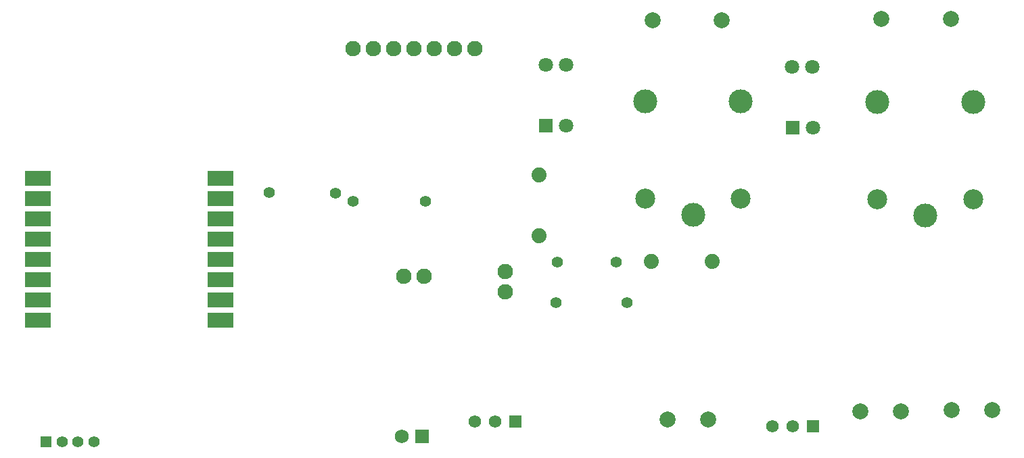
<source format=gtl>
G04 Layer: TopLayer*
G04 EasyEDA v6.5.15, 2023-07-15 19:13:26*
G04 7a4bf17ae9984c6ea0cf7d4767ac866e,10*
G04 Gerber Generator version 0.2*
G04 Scale: 100 percent, Rotated: No, Reflected: No *
G04 Dimensions in millimeters *
G04 leading zeros omitted , absolute positions ,4 integer and 5 decimal *
%FSLAX45Y45*%
%MOMM*%

%ADD10C,2.0000*%
%ADD11C,1.5748*%
%ADD12R,1.5748X1.5748*%
%ADD13C,1.8796*%
%ADD14C,2.5000*%
%ADD15C,3.0000*%
%ADD16C,1.8000*%
%ADD17R,1.8000X1.8000*%
%ADD18R,1.7500X1.7500*%
%ADD19C,1.7500*%
%ADD20C,1.9304*%
%ADD21R,1.4000X1.4000*%
%ADD22C,1.4000*%
%ADD23R,3.2918X1.8288*%

%LPD*%
D10*
G01*
X11159743Y-5092700D03*
G01*
X10658856Y-5092700D03*
G01*
X10918799Y-177800D03*
G01*
X11788800Y-177800D03*
D11*
G01*
X9550400Y-5283200D03*
G01*
X9804400Y-5283200D03*
D12*
G01*
X10058400Y-5283200D03*
D13*
G01*
X8801100Y-3213100D03*
G01*
X8039100Y-3213100D03*
D14*
G01*
X10868101Y-2441600D03*
G01*
X12068098Y-2441397D03*
D15*
G01*
X11468100Y-2641600D03*
G01*
X10868101Y-1221612D03*
G01*
X12068098Y-1221612D03*
D16*
G01*
X10058908Y-1536687D03*
G01*
X10057892Y-774687D03*
G01*
X9803892Y-774687D03*
D17*
G01*
X9804908Y-1536712D03*
D10*
G01*
X8746741Y-5194300D03*
G01*
X8245853Y-5194300D03*
G01*
X12302743Y-5080000D03*
G01*
X11801856Y-5080000D03*
D11*
G01*
X5829297Y-5219700D03*
G01*
X6083297Y-5219700D03*
D12*
G01*
X6337297Y-5219700D03*
D18*
G01*
X5168897Y-5410200D03*
D19*
G01*
X4918885Y-5410200D03*
D20*
G01*
X4305297Y-546100D03*
G01*
X4559297Y-546100D03*
G01*
X4813297Y-546100D03*
G01*
X5067297Y-546100D03*
G01*
X5321297Y-546100D03*
G01*
X5575297Y-546100D03*
G01*
X5829297Y-546100D03*
G01*
X5194297Y-3403600D03*
G01*
X4940297Y-3403600D03*
G01*
X6210297Y-3594100D03*
G01*
X6210297Y-3340100D03*
D21*
G01*
X461998Y-5473700D03*
D22*
G01*
X661997Y-5473700D03*
G01*
X861997Y-5473700D03*
G01*
X1061996Y-5473700D03*
D10*
G01*
X8053169Y-190500D03*
G01*
X8923169Y-190500D03*
D13*
G01*
X6629400Y-2133600D03*
G01*
X6629400Y-2895600D03*
D23*
G01*
X2641597Y-3949700D03*
G01*
X355597Y-2171700D03*
G01*
X355597Y-2425700D03*
G01*
X355597Y-2679700D03*
G01*
X355597Y-2933700D03*
G01*
X355597Y-3187700D03*
G01*
X355597Y-3441700D03*
G01*
X355597Y-3695700D03*
G01*
X355597Y-3949700D03*
G01*
X2641597Y-2171700D03*
G01*
X2641597Y-2425700D03*
G01*
X2641597Y-2679700D03*
G01*
X2641597Y-2933700D03*
G01*
X2641597Y-3187700D03*
G01*
X2641597Y-3441700D03*
G01*
X2641597Y-3695700D03*
D16*
G01*
X6972805Y-1511274D03*
G01*
X6971789Y-749274D03*
G01*
X6717789Y-749274D03*
D17*
G01*
X6718805Y-1511300D03*
D14*
G01*
X7959798Y-2428900D03*
G01*
X9159796Y-2428697D03*
D15*
G01*
X8559797Y-2628900D03*
G01*
X7959798Y-1208912D03*
G01*
X9159796Y-1208912D03*
D22*
G01*
X4081269Y-2362200D03*
G01*
X3251197Y-2349500D03*
G01*
X7734300Y-3733800D03*
G01*
X6845300Y-3733800D03*
G01*
X7594600Y-3225800D03*
G01*
X6858000Y-3225800D03*
G01*
X5207000Y-2463800D03*
G01*
X4305300Y-2463800D03*
M02*

</source>
